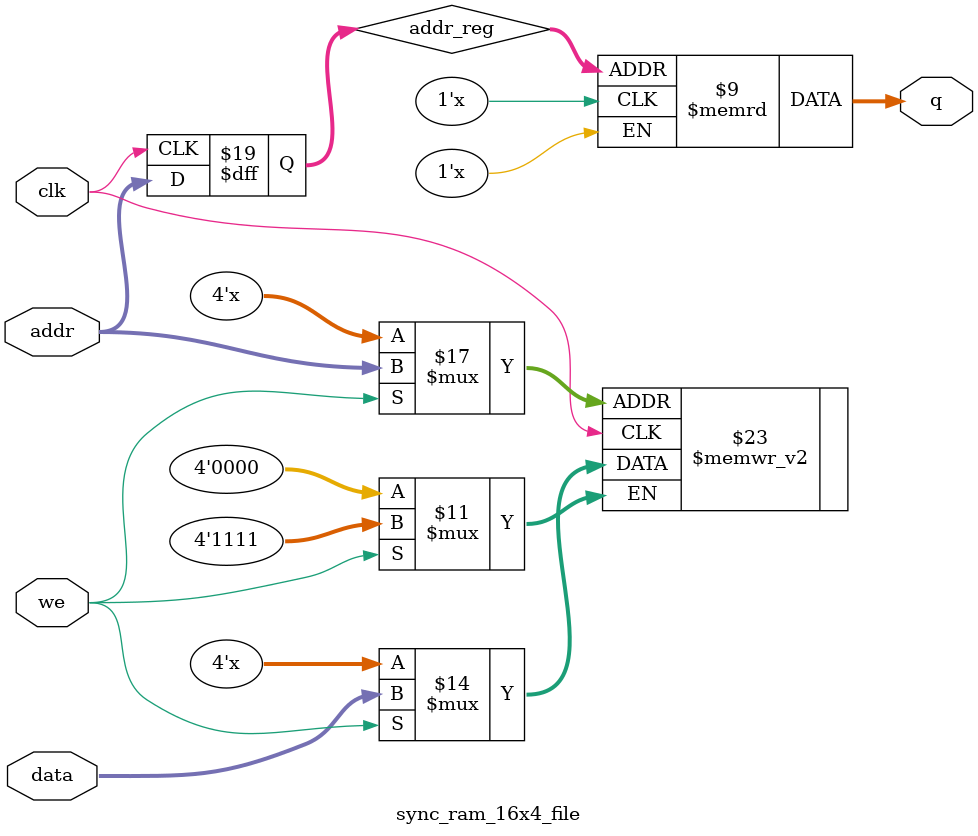
<source format=v>
module jogo_playseq (
    input clock,
    input reset,
    input jogar,
    input [3:0] botoes,
    input [1:0] memoria,
    input [1:0] nivel,
    input quer_escrever,
    output ganhou,
    output perdeu,
    output timeout,
    output pronto,
    output [3:0] leds,
    output db_clock,
    output db_tem_jogada,
    output db_chavesIgualMemoria,
    output db_enderecoIgualSequencia,
    output db_fimS,
    output [6:0] db_contagem,
    output [6:0] db_memoria,
    output [6:0] db_jogadafeita,
    output [6:0] db_sequencia,
    output [6:0] db_estado,
    output db_seletor_memoria,
    // Nossos debugs
    output db_pare,
    output [1:0] db_contagem_jogo
);

    wire [3:0] s_jogadafeita;
    wire [3:0] s_contagem;
    wire [3:0] s_memoria;
    wire [4:0] s_estado;
    wire [3:0] s_sequencia;
    wire s_tem_jogada;
    wire s_fimE;
    wire s_fimS;
    wire s_igualE;
    wire s_fim_timeout;
    wire s_contaT;
    wire s_contaS;
    wire s_zeraS;
    wire s_contaE;
    wire s_zeraE;
    wire s_igualS;
    wire s_zeraR;
    wire s_registraR;
    wire [1:0] s_nivel_uc;
    wire s_zeraT;
    wire s_timeoutL;
    wire s_menorS;
    wire s_controla_leds;
    wire s_zeraT_leds;
    wire s_contaT_leds;
    wire s_fase_preview;
    wire [1:0] s_memoria_uc;
    wire s_carregaS;
    wire s_pare;
    wire s_contaJ;
    wire s_zeraJ;
    wire [1:0] s_contagem_jogo;
    wire s_vai_escrever;
    wire s_ram_escreve;

    // Fluxo de Dados
    playseq_fluxo_dados FD (
        .clock                     ( clock              ),
        .botoes                    ( botoes             ),
        .nivel                     ( s_nivel_uc         ),
        .zeraT                     ( s_zeraT            ),
        .zeraR                     ( s_zeraR            ),
        .registraR                 ( s_registraR        ),
        .contaE                    ( s_contaE           ),
        .contaS                    ( s_contaS           ),
        .contaT                    ( s_contaT           ),
        .contaJ                    ( s_contaJ           ),
        .zeraE                     ( s_zeraE            ),
        .zeraS                     ( s_zeraS            ),
        .zeraJ                     ( s_zeraJ            ),
        .carregaS                  ( s_carregaS         ),
        .controla_leds             ( s_controla_leds    ),
        .zeraT_leds                ( s_zeraT_leds       ),
        .contaT_leds               ( s_contaT_leds      ),
        .fase_preview              ( s_fase_preview     ),
        .seletor_memoria           ( s_memoria_uc       ),
        .ram_escreve               ( s_ram_escreve      ),
        .quer_escrever             ( quer_escrever      ),
        .igual                     ( s_igualE           ),
        .enderecoIgualSequencia    ( s_igualS           ),
        .fimE                      ( s_fimE             ),
        .fimS                      ( s_fimS             ),
        .db_contagem               ( s_contagem         ),
        .db_jogadafeita            ( s_jogadafeita      ),
        .db_memoria                ( s_memoria          ),
        .tem_jogada                ( s_tem_jogada       ),
        .controle_timeout          ( s_fim_timeout      ),
        .db_sequencia              ( s_sequencia        ),
        .controle_timeout_led      ( s_timeoutL         ),
        .sequenciaMenorQueEndereco ( s_menorS           ),
        .leds                      ( leds               ),
        .db_seletor_memoria        ( db_seletor_memoria ),
        .pare                      ( s_pare             ),
        .db_contagem_jogo          ( s_contagem_jogo    ),
        .vai_escrever              ( s_vai_escrever     )
    );

    // Unidade de Controle
    playseq_unidade_controle UC (
        .clock         ( clock          ),
        .reset         ( reset          ),
        .jogar         ( jogar          ),
        .nivel         ( nivel          ),
        .fimE          ( s_fimE         ),
        .igualE        ( s_igualE       ),
        .igualS        ( s_igualS       ),
        .tem_jogada    ( s_tem_jogada   ),
        .timeout       ( s_fim_timeout  ),
        .timeoutL      ( s_timeoutL     ),
        .menorS        ( s_menorS       ),
        .memoria       ( memoria        ),
        .pare          ( s_pare         ),
        .vai_escrever  ( s_vai_escrever ),
        .zeraE         ( s_zeraE        ),
        .contaE        ( s_contaE       ),
        .carregaS      ( s_carregaS     ),
        .zeraS         ( s_zeraS        ),
        .contaS        ( s_contaS       ),
        .zeraR         ( s_zeraR        ),
        .registraR     ( s_registraR    ),
        .zeraJ         ( s_zeraJ        ),
        .contaJ        ( s_contaJ       ),
        .ganhou        ( ganhou         ),
        .perdeu        ( perdeu         ),
        .pronto        ( pronto         ),
        .db_estado     ( s_estado       ),
        .deu_timeout   ( timeout        ),
        .contaT        ( s_contaT       ),
        .nivel_uc      ( s_nivel_uc     ),
        .zeraT         ( s_zeraT        ),
        .controla_leds ( s_controla_leds),
        .zeraT_leds    ( s_zeraT_leds   ),
        .contaT_leds   ( s_contaT_leds  ),
        .fase_preview  ( s_fase_preview ),
        .memoria_uc    ( s_memoria_uc   ),
        .ram_escreve   ( s_ram_escreve  )
    );

    // Display das botoes
    hexa7seg HEX2 (
        .hexa    ( s_jogadafeita  ),
        .display ( db_jogadafeita )
    );

    // Display dos endereços codificados
    hexa7seg HEX0 (
        .hexa    ( s_contagem  ),
        .display ( db_contagem )
    );

    // Display do conteúdo em uma posição de memória
    hexa7seg HEX1 (
        .hexa    ( s_memoria  ),
        .display ( db_memoria )
    );

    // Display do estado atual
    hexa7seg5b HEX5 (
        .hexa    ( s_estado  ),
        .display ( db_estado )
    );

    // Display da sequência atual
    hexa7seg HEX3 (
        .hexa    ( s_sequencia  ),
        .display ( db_sequencia )
    );

assign db_chavesIgualMemoria = s_igualE;
assign db_enderecoIgualSequencia = s_igualS;
assign db_fimS = s_fimS;
assign db_tem_jogada = s_tem_jogada;
assign db_clock = clock;
assign db_pare = s_pare;
assign db_contagem_jogo = s_contagem_jogo;
endmodule

// --- End of jogo_playseq.v ---

// --- Start of comparador_85.v ---
/* -----------------------------------------------------------------
 *  Arquivo   : comparador_85.v
 *  Projeto   : PlaySeq
 * -----------------------------------------------------------------
 * Descricao : comparador de magnitude de 4 bits 
 *             similar ao CI 7485
 *             baseado em descricao comportamental disponivel em	
 * https://web.eecs.umich.edu/~jhayes/iscas.restore/74L85b.v
 * -----------------------------------------------------------------
 * Revisoes  :
 *     Data        Versao  Autor             Descricao
 *     21/12/2023  1.0     Edson Midorikawa  criacao
 * -----------------------------------------------------------------
 */

module comparador_85 (ALBi, AGBi, AEBi, A, B, ALBo, AGBo, AEBo);

    input[3:0] A, B;
    input      ALBi, AGBi, AEBi;
    output     ALBo, AGBo, AEBo;
    wire[4:0]  CSL, CSG;

    assign CSL  = ~A + B + ALBi;
    assign ALBo = ~CSL[4];
    assign CSG  = A + ~B + AGBi;
    assign AGBo = ~CSG[4];
    assign AEBo = ((A == B) && AEBi);

endmodule /* comparador_85 */
// --- End of comparador_85.v ---

// --- Start of contador_163.v ---
//------------------------------------------------------------------
// Arquivo   : contador_163.v
// Projeto   : PlaySeq
//------------------------------------------------------------------
// Descricao : Contador binario de 4 bits, modulo 16
//             similar ao componente 74163
//
// baseado no componente Vrcntr4u.v do livro Digital Design Principles 
// and Practices, Fifth Edition, by John F. Wakerly              
//------------------------------------------------------------------
// Revisoes  :
//     Data        Versao  Autor             Descricao
//     14/12/2023  1.0     Edson Midorikawa  versao inicial
//------------------------------------------------------------------
//
module contador_163 ( clock, clr, ld, ent, enp, D, Q, rco );
    input clock, clr, ld, ent, enp;
    input [3:0] D;
    output reg [3:0] Q;
    output reg rco;

    always @ (posedge clock)
        if (~clr)               Q <= 4'd0;
        else if (~ld)           Q <= D;
        else if (ent && enp)    Q <= Q + 1'b1;
        else                    Q <= Q;
 
    always @ (Q or ent)
        if (ent && (Q == 4'd15))   rco = 1;
        else                       rco = 0;
endmodule
// --- End of contador_163.v ---

// --- Start of contador_m.v ---

/*---------------Laboratorio Digital-------------------------------------
 * Arquivo   : contador_m.v
 * Projeto   : PlaySeq
 *-----------------------------------------------------------------------
 * Descricao : contador binario, modulo m, com parametros 
 *             M (modulo do contador) e N (numero de bits),
 *             sinais para clear assincrono (zera_as) e sincrono (zera_s)
 *             e saidas de fim e meio de contagem
 *             
 *-----------------------------------------------------------------------
 * Revisoes  :
 *     Data        Versao  Autor             Descricao
 *     30/01/2024  1.0     Edson Midorikawa  criacao
 *     16/01/2025  1.1     Edson Midorikawa  revisao
 *-----------------------------------------------------------------------
 */

module contador_m #(parameter M=100, N=7)
  (
   input  wire          clock,
   input  wire          zera_as,
   input  wire          zera_s,
   input  wire          conta,
   output reg  [N-1:0]  Q,
   output reg           fim,
   output reg           meio
  );

  always @(posedge clock or posedge zera_as) begin
    if (zera_as) begin
      Q <= 0;
    end else if (clock) begin
      if (zera_s) begin
        Q <= 0;
      end else if (conta) begin
        if (Q == M-1) begin
          Q <= 0;
        end else begin
          Q <= Q + 1'b1;
        end
      end
    end
  end

  // Saidas
  always @ (Q)
      if (Q == M-1)   fim = 1;
      else            fim = 0;

  always @ (Q)
      if (Q == M/2-1) meio = 1;
      else             meio = 0;

endmodule

// --- End of contador_m.v ---

// --- Start of edge_detector.v ---
/* ------------------------------------------------------------------------
 *  Arquivo   : edge_detector.v
 *  Projeto   : PlaySeq
 * ------------------------------------------------------------------------
 *  Descricao : detector de borda
 *              gera um pulso na saida de 1 periodo de clock
 *              a partir da detecao da borda de subida sa entrada
 *
 *              sinal de reset ativo em alto
 *
 *              > codigo adaptado a partir de codigo VHDL disponivel em
 *                https://surf-vhdl.com/how-to-design-a-good-edge-detector/
 * ------------------------------------------------------------------------
 *  Revisoes  :
 *      Data        Versao  Autor             Descricao
 *      26/01/2024  1.0     Edson Midorikawa  versao inicial
 * ------------------------------------------------------------------------
 */

module edge_detector (
    input  clock,
    input  reset,
    input  sinal,
    output pulso
);

    reg reg0;
    reg reg1;

    always @(posedge clock or posedge reset) begin
        if (reset) begin
            reg0 <= 1'b0;
            reg1 <= 1'b0;
        end else if (clock) begin
            reg0 <= sinal;
            reg1 <= reg0;
        end
    end

    assign pulso = ~reg1 & reg0;

endmodule

// --- End of edge_detector.v ---

// --- Start of hexa7seg.v ---
/* ----------------------------------------------------------------
 * Arquivo   : hexa7seg.v
 * Projeto   : PlaySeq
 *--------------------------------------------------------------
 * Descricao : decodificador hexadecimal para 
 *             display de 7 segmentos 
 * 
 * entrada : hexa - codigo binario de 4 bits hexadecimal
 * saida   : sseg - codigo de 7 bits para display de 7 segmentos
 *
 * baseado no componente bcd7seg.v da Intel FPGA
 *--------------------------------------------------------------
 * dica de uso: mapeamento para displays da placa DE0-CV
 *              bit 6 mais significativo é o bit a esquerda
 *              p.ex. sseg(6) -> HEX0[6] ou HEX06
 *--------------------------------------------------------------
 * Revisoes  :
 *     Data        Versao  Autor             Descricao
 *     24/12/2023  1.0     Edson Midorikawa  criacao
 *--------------------------------------------------------------
 */

module hexa7seg (hexa, display);
    input      [3:0] hexa;
    output reg [6:0] display;

    /*
     *    ---
     *   | 0 |
     * 5 |   | 1
     *   |   |
     *    ---
     *   | 6 |
     * 4 |   | 2
     *   |   |
     *    ---
     *     3
     */
        
    always @(hexa)
    case (hexa)
        4'h0:    display = 7'b1000000;
        4'h1:    display = 7'b1111001;
        4'h2:    display = 7'b0100100;
        4'h3:    display = 7'b0110000;
        4'h4:    display = 7'b0011001;
        4'h5:    display = 7'b0010010;
        4'h6:    display = 7'b0000010;
        4'h7:    display = 7'b1111000;
        4'h8:    display = 7'b0000000;
        4'h9:    display = 7'b0010000;
        4'ha:    display = 7'b0001000;
        4'hb:    display = 7'b0000011;
        4'hc:    display = 7'b1000110;
        4'hd:    display = 7'b0100001;
        4'he:    display = 7'b0000110;
        4'hf:    display = 7'b0001110;
        default: display = 7'b1111111;
    endcase
endmodule

// --- End of hexa7seg.v ---

// --- Start of hexa7seg5b.v ---
/*--------------------------------------------------------------
 * Arquivo   : hexa7seg5b.v
 * Projeto   : PlaySeq
 * -------------------------------------------------------------
 * Descricao : decodificador hexa para 
 *             display de 7 segmentos 
 * 
 * entrada: hexa - codigo binario de 5 bits
 * saida: display - codigo de 7 bits para display de 7 segmentos
 * ----------------------------------------------------------------
 * dica de uso: mapeamento para displays da placa DE0-CV
 *              bit 6 mais significativo é o bit a esquerda
 *              p.ex. display(6) -> HEX0[6] ou HEX06
 * ----------------------------------------------------------------
 * Revisoes  :
 *     Data        Versao  Autor             	Descricao
 *     09/02/2021  1.0     Edson Midorikawa  	criacao
 *     30/01/2025  2.0     Edson Midorikawa  	revisao p/ Verilog
 * 	 11/02/2025  2.1 		Augusto Vaccarelli 	revisao
 * ----------------------------------------------------------------
 */

module hexa7seg5b (hexa, display);
    input      [4:0] hexa;
    output reg [6:0] display;


always @(*) begin
    case (hexa)
        5'b00000: display = 7'b1000000;  // 0
        5'b00001: display = 7'b1111001;  // 1
        5'b00010: display = 7'b0100100;  // 2
        5'b00011: display = 7'b0110000;  // 3
        5'b00100: display = 7'b0011001;  // 4
        5'b00101: display = 7'b0010010;  // 5
        5'b00110: display = 7'b0000010;  // 6
        5'b00111: display = 7'b1111000;  // 7
        5'b01000: display = 7'b0000000;  // 8
        5'b01001: display = 7'b0010000;  // 9
        5'b01010: display = 7'b0001000;  // A
        5'b01011: display = 7'b0000011;  // B
        5'b01100: display = 7'b1000110;  // C
        5'b01101: display = 7'b0100001;  // D
        5'b01110: display = 7'b0000110;  // E
        5'b01111: display = 7'b0001110;  // F
        5'b10000: display = 7'b1111110;  // 10
        5'b10001: display = 7'b1111101;  // 11
        5'b10010: display = 7'b1111011;  // 12
        5'b10011: display = 7'b1110111;  // 13
        5'b10100: display = 7'b1101111;  // 14
        5'b10101: display = 7'b1011111;  // 15
        5'b10110: display = 7'b0111111;  // 16
        5'b10111: display = 7'b1111100;  // 17
        5'b11000: display = 7'b1110011;  // 18
        5'b11001: display = 7'b1100111;  // 19
        5'b11010: display = 7'b1001111;  // 1A
        5'b11011: display = 7'b0011111;  // 1B
        5'b11100: display = 7'b1110001;  // 1C
        5'b11101: display = 7'b1100011;  // 1D
        5'b11110: display = 7'b1000111;  // 1E
        5'b11111: display = 7'b0001111;  // 1F
        default:  display = 7'b1111111;
    endcase
end

endmodule


// --- End of hexa7seg5b.v ---

// --- Start of memoria_1.v ---
//------------------------------------------------------------------
// Arquivo   : memoria_1.v
// Projeto   : PlaySeq
//------------------------------------------------------------------
// Descricao : ROM sincrona 16x4 (conteúdo pre-programado)
//             
//------------------------------------------------------------------
// Revisoes  :
//     Data        Versao  Autor             Descricao
//     14/12/2023  1.0     Edson Midorikawa  versao inicial
//------------------------------------------------------------------
//
module memoria_1 (clock, address, data_out);
    input            clock;
    input      [3:0] address;
    output reg [3:0] data_out;

    always @ (posedge clock)
    begin
        case (address)
            4'b0000: data_out = 4'b0001; // 4
            4'b0001: data_out = 4'b0001; // 5
            4'b0010: data_out = 4'b0010; // 6
            4'b0011: data_out = 4'b0010; // 7 
            4'b0100: data_out = 4'b0100; // 8
            4'b0101: data_out = 4'b0100; // 9
            4'b0110: data_out = 4'b1000; // 10
            4'b0111: data_out = 4'b1000; // 11
            4'b1000: data_out = 4'b0100; // 12
            4'b1001: data_out = 4'b0100; // 13
            4'b1010: data_out = 4'b0010; // 14
            4'b1011: data_out = 4'b0010; // 15
            4'b1100: data_out = 4'b0001; // 16
            4'b1101: data_out = 4'b0001; // 17
            4'b1110: data_out = 4'b0010; // 18
            4'b1111: data_out = 4'b0010; // 19
        endcase
    end
endmodule
// --- End of memoria_1.v ---

// --- Start of memoria_2.v ---
//------------------------------------------------------------------
// Arquivo   : memoria_2.v
// Projeto   : PlaySeq
//------------------------------------------------------------------
// Descricao : ROM sincrona 16x4 (conteúdo pre-programado)
//             
//------------------------------------------------------------------
// Revisoes  :
//     Data        Versao  Autor             Descricao
//     14/12/2023  1.0     Edson Midorikawa  versao inicial
//------------------------------------------------------------------
//
module memoria_2 (clock, address, data_out);
    input            clock;
    input      [3:0] address;
    output reg [3:0] data_out;

    always @ (posedge clock)
    begin
        case (address)
            4'b0000: data_out = 4'b0001;
            4'b0001: data_out = 4'b0010;
            4'b0010: data_out = 4'b1000;
            4'b0011: data_out = 4'b0100;
            4'b0100: data_out = 4'b0010;
            4'b0101: data_out = 4'b1000;
            4'b0110: data_out = 4'b0100;
            4'b0111: data_out = 4'b0001;
            4'b1000: data_out = 4'b1000;
            4'b1001: data_out = 4'b0100;
            4'b1010: data_out = 4'b0001;
            4'b1011: data_out = 4'b0010;
            4'b1100: data_out = 4'b0100;
            4'b1101: data_out = 4'b0001;
            4'b1110: data_out = 4'b0010;
            4'b1111: data_out = 4'b1000;
        endcase
    end
endmodule

// --- End of memoria_2.v ---

// --- Start of memoria_3.v ---
//------------------------------------------------------------------
// Arquivo   : memoria_3.v
// Projeto   : PlaySeq
//------------------------------------------------------------------
// Descricao : ROM sincrona 16x4 (conteúdo pre-programado)
//             
//------------------------------------------------------------------
// Revisoes  :
//     Data        Versao  Autor             Descricao
//     14/12/2023  1.0     Edson Midorikawa  versao inicial
//------------------------------------------------------------------
//
module memoria_3 (clock, address, data_out);
    input            clock;
    input      [3:0] address;
    output reg [3:0] data_out;

    always @ (posedge clock)
    begin
        case (address)
            4'b0000: data_out = 4'b0001;
            4'b0001: data_out = 4'b0010;
            4'b0010: data_out = 4'b1000;
            4'b0011: data_out = 4'b0100;
            4'b0100: data_out = 4'b0100;
            4'b0101: data_out = 4'b1000;
            4'b0110: data_out = 4'b0010;
            4'b0111: data_out = 4'b0001;
            4'b1000: data_out = 4'b0001;
            4'b1001: data_out = 4'b0010;
            4'b1010: data_out = 4'b1000;
            4'b1011: data_out = 4'b0100;
            4'b1100: data_out = 4'b0100;
            4'b1101: data_out = 4'b1000;
            4'b1110: data_out = 4'b0010;
            4'b1111: data_out = 4'b0001;
        endcase
    end
endmodule
// --- End of memoria_3.v ---

// --- Start of mux12x4_n.v ---
/*------------------------------------------------------------------------
 * Arquivo   : mux4x2_n.v
 * Projeto   : PlaySeq
 *------------------------------------------------------------------------
 * Descricao : multiplexador 4x(2 bit de seletor) com entradas de n bits 
 * (parametrizado) 
 * 
 *------------------------------------------------------------------------
 * Revisoes  :
 *     Data        Versao  Autor             Descricao
 *     07/03/2024  1.0     Ana Vitória       criacao
 *------------------------------------------------------------------------
 */

module mux12x4_n #(
    parameter BITS = 4
) (
    input      [BITS-1:0] D0, // nível fácil e memória fácil
    input      [BITS-1:0] D1, // nível fácil e memória média
    input      [BITS-1:0] D2, // nível fácil e memória difícil
    input      [BITS-1:0] D3, // nível fácil e memória personalizada
    input      [BITS-1:0] D4, // nível médio e memória fácil
    input      [BITS-1:0] D5, // nível médio e memória média
    input      [BITS-1:0] D6, // nível médio e memória difícil
    input      [BITS-1:0] D7, // nível médio e memória personalizada
    input      [BITS-1:0] D8, // nível difícil e memória fácil
    input      [BITS-1:0] D9, // nível difícil e memória média
    input      [BITS-1:0] D10, // nível difícil e memória difícil
    input      [BITS-1:0] D11, // nível difícil e memória personalizada
    input      [3:0]      SEL,
    output reg [BITS-1:0] OUT
);

always @(*) begin
    case (SEL)
        4'b0000:    OUT = D0;
        4'b0001:    OUT = D1;
        4'b0010:    OUT = D2;
        4'b0011:    OUT = D3;
        4'b0100:    OUT = D4;
        4'b0101:    OUT = D5;
        4'b0110:    OUT = D6;
        4'b0111:    OUT = D7;
        4'b1000:    OUT = D8;
        4'b1001:    OUT = D9;
        4'b1010:    OUT = D10;
        4'b1011:    OUT = D11;
        default: OUT = {BITS{1'b1}}; // todos os bits em 1
    endcase
end

endmodule
// --- End of mux12x4_n.v ---

// --- Start of mux2x1.v ---
/*------------------------------------------------------------------------
 * Arquivo   : mux2x1.v
 * Projeto   : PlaySeq
 *------------------------------------------------------------------------
 * Descricao : multiplexador 2x1
 * 
 * adaptado a partir do codigo my_4t1_mux.vhd do livro "Free Range VHDL"
 * 
 * exemplo de uso: ver testbench mux2x1_tb.v
 *------------------------------------------------------------------------
 * Revisoes  :
 *     Data        Versao  Autor             Descricao
 *     15/02/2024  1.0     Edson Midorikawa  criacao
 *     31/01/2025  1.1     Edson Midorikawa  revisao
 *------------------------------------------------------------------------
 */

module mux2x1 (
    input      D0,
    input      D1,
    input      SEL,
    output reg OUT
);

always @(*) begin
    case (SEL)
        1'b0:    OUT = D0;
        1'b1:    OUT = D1;
        default: OUT = 0; // saida em 0
    endcase
end

endmodule

// --- End of mux2x1.v ---

// --- Start of mux2x1_n.v ---
/*------------------------------------------------------------------------
 * Arquivo   : mux2x1_n.v
 * Projeto   : PlaySeq
 *------------------------------------------------------------------------
 * Descricao : multiplexador 2x1 com entradas de n bits (parametrizado) 
 * 
 * adaptado a partir do codigo my_4t1_mux.vhd do livro "Free Range VHDL"
 * 
 * exemplo de uso: ver testbench mux2x1_n_tb.v
 *------------------------------------------------------------------------
 * Revisoes  :
 *     Data        Versao  Autor             Descricao
 *     15/02/2024  1.0     Edson Midorikawa  criacao
 *------------------------------------------------------------------------
 */

module mux2x1_n #(
    parameter BITS = 4
) (
    input      [BITS-1:0] D0,
    input      [BITS-1:0] D1,
    input                 SEL,
    output reg [BITS-1:0] OUT
);

always @(*) begin
    case (SEL)
        1'b0:    OUT = D0;
        1'b1:    OUT = D1;
        default: OUT = {BITS{1'b1}}; // todos os bits em 1
    endcase
end

endmodule
// --- End of mux2x1_n.v ---

// --- Start of mux4x2_n.v ---
/*------------------------------------------------------------------------
 * Arquivo   : mux4x2_n.v
 * Projeto   : PlaySeq
 *------------------------------------------------------------------------
 * Descricao : multiplexador 4x(2 bit de seletor) com entradas de n bits 
 * (parametrizado) 
 * 
 *------------------------------------------------------------------------
 * Revisoes  :
 *     Data        Versao  Autor             Descricao
 *     07/03/2024  1.0     Ana Vitória       criacao
 *------------------------------------------------------------------------
 */

module mux4x2_n #(
    parameter BITS = 4
) (
    input      [BITS-1:0] D0,
    input      [BITS-1:0] D1,
    input      [BITS-1:0] D2,
    input      [BITS-1:0] D3,
    input      [1:0]      SEL,
    output reg [BITS-1:0] OUT
);

always @(*) begin
    case (SEL)
        2'b00:    OUT = D0;
        2'b01:    OUT = D1;
        2'b10:    OUT = D2;
        2'b11:    OUT = D3;
        default: OUT = {BITS{1'b1}}; // todos os bits em 1
    endcase
end

endmodule
// --- End of mux4x2_n.v ---

// --- Start of playseq_fluxo_dados.v ---
//------------------------------------------------------------------
// Arquivo   : playseq_fluxo_dados.v
// Projeto   : PlaySeq
//------------------------------------------------------------------
// Descricao : Fluxo de Dados do Jogo PlaySeq
//             
//------------------------------------------------------------------
// Revisoes  :
//     Data        Versao  Autor             Descricao
//     07/03/2025  1.0     Ana Vitória       versao inicial
//------------------------------------------------------------------
//

module playseq_fluxo_dados (
    input clock,
    input [3:0] botoes,
    input [1:0] nivel,
    input zeraT,
    input zeraR,
    input registraR,
    input contaE,
    input contaS,
    input contaT,
    input contaJ,
    input zeraE,
    input zeraS,
    input zeraJ,
    input carregaS,
    input controla_leds,
    input zeraT_leds,
    input contaT_leds,
    input fase_preview,
    input [1:0] seletor_memoria,
    input ram_escreve,
    input quer_escrever,
    output igual,
    output enderecoIgualSequencia,
    output fimE,
    output fimS,
    output tem_jogada,
    output [3:0] db_contagem,
    output [3:0] db_jogadafeita,
    output [3:0] db_memoria,
    output controle_timeout,
    output [3:0] db_sequencia,
    output controle_timeout_led,
    output sequenciaMenorQueEndereco,
    output [3:0] leds,
    output db_seletor_memoria,
    output pare,
    output [1:0] db_contagem_jogo,
    output vai_escrever
);

    wire [3:0] s_endereco;
    wire [3:0] s_dado;
    wire [3:0] s_botoes;
    wire [3:0] s_sequencia;
    wire [3:0] s_sequencia_fixo;
    wire s_tem_jogada = |botoes;
    wire [3:0] s_mux;
    wire [3:0] s_mem1;
    wire [3:0] s_mem2;
    wire [3:0] s_mem3;
    wire [3:0] s_mem4;
    wire [1:0] s_contagem;
    wire [3:0] s_quant_inicial;
    wire [3:0] s_seletor_final = {nivel, seletor_memoria};
	wire rco;

    // dificuldade_quant
    mux4x2_n #( .BITS(1) ) mux_quant (
        .D0 (~s_contagem[0] & ~s_contagem[1]),
        .D1 (s_contagem[0] & ~s_contagem[1]),
        .D2 (~s_contagem[0] & s_contagem[1]),
        .D3 (1'b1),
        .SEL (nivel),
        .OUT (pare)
    );

    // decide o início para cada situação, sempre defasado de 1
    mux12x4_n #( .BITS(4) ) mux_inicial (
        .D0 (4'b0100), // feito
        .D1 (4'b1000), // feito
        .D2 (4'b0111), // feito
        .D3 (4'b0100),
        .D4 (4'b0101), //feito
        .D5 (4'b1000), // feito
        .D6 (4'b0101), // feito
        .D7 (4'b0100),
        .D8 (4'b0100), // feito
        .D9 (4'b1000), // feito
        .D10(4'b0011), // feito
        .D11(4'b0100),
        .SEL (s_seletor_final),
        .OUT (s_quant_inicial)
    );

    // decide o final para cada situação
    mux12x4_n #( .BITS(1) ) mux_final (
        .D0 (rco), // feito
        .D1 (rco), // feito
        .D2 (~s_endereco[0] & s_endereco[1] & s_endereco[2] & s_endereco[3]), // feito
        .D3 (rco),
        .D4 (rco), // feito
        .D5 (rco), // feito
        .D6 (rco), // feito
        .D7 (rco),
        .D8 (rco), // feito
        .D9 (rco), // feito
        .D10(~s_endereco[0] & s_endereco[1] & s_endereco[2] & s_endereco[3]), // feito
        .D11(rco),
        .SEL (s_seletor_final),
        .OUT (fimE)
    );

    // mux n
    mux2x1_n #( .BITS(4) ) mux_leds (
      .D0(botoes),
      .D1(s_mux),
      .SEL(fase_preview),
      .OUT(leds)
    );

    // mux n
    mux2x1_n #( .BITS(4) ) mux_zera (
      .D0(4'b0000),
      .D1(s_dado),
      .SEL(controla_leds),
      .OUT(s_mux)
    );

    // contador endereços
    contador_163 contEnd (
        .clock (clock),
        .clr   (~zeraE),
        .ld    (1'b1),
        .ent   (1'b1),
        .enp   (contaE),
        .D     (4'b0),
        .Q     (s_endereco),
        .rco   (rco)
    );

    // contador sequencias
    contador_163 contLmt (
        .clock (clock),
        .clr   (~zeraS),
        .ld    (~carregaS),
        .ent   (1'b1),
        .enp   (contaS),
        .D     (s_quant_inicial),
        .Q     (s_sequencia),
        .rco   (fimS)
    );

    // comparador jogadas
    comparador_85 compJog (
        .A    (s_dado),
        .B    (s_botoes),
        .ALBi (1'b0),
        .AGBi (1'b0),
        .AEBi (1'b1),
        .ALBo (),
        .AGBo (),
        .AEBo (igual)
    );

    // comparador sequencias
    comparador_85 compLmt (
        .A    (s_sequencia),
        .B    (s_endereco),
        .ALBi (1'b0),
        .AGBi (1'b0),
        .AEBi (1'b1),
        .ALBo (sequenciaMenorQueEndereco),
        .AGBo (),
        .AEBo (enderecoIgualSequencia)
    );

    // dificuldade_seq
    mux4x2_n #( .BITS(4) ) mux_seq (
      .D0(s_mem1),
      .D1(s_mem2),
      .D2(s_mem3),
      .D3(s_mem4),
      .SEL(seletor_memoria),
      .OUT(s_dado)
    );

    mux2x1_n #( .BITS(1) ) mux_escrita (
      .D0(1'b0),
      .D1(quer_escrever),
      .SEL(&seletor_memoria),
      .OUT(vai_escrever)
    );

    // memória 1
    memoria_1 memoria1 (
        .clock    (clock),
        .address  (s_endereco),
        .data_out (s_mem1)
    );

    // memória 2
    memoria_2 memoria2 (
        .clock    (clock),
        .address  (s_endereco),
        .data_out (s_mem2)
    );

    // memória 3
    memoria_3 memoria3 (
        .clock    (clock),
        .address  (s_endereco),
        .data_out (s_mem3)
    );

    // memória 4
    sync_ram_16x4_file memoria4 (
    	.clk  (clock),
    	.we   (ram_escreve),
    	.data (s_botoes),
    	.addr (s_endereco),
    	.q    (s_mem4)
    );

    // registrador
    registrador_4 regBotoes (
        .clock  (clock),
        .clear  (zeraR),
        .enable (registraR),
        .D      (botoes),
        .Q      (s_botoes)
    );

    edge_detector detector (
        .clock (clock),
        .reset (zeraS),
        .sinal (s_tem_jogada),
        .pulso (tem_jogada)
    );

    contador_m #(.M(5000), .N(13)) contador_timeout_jogadas (
        .clock   (clock),
        .zera_as (zeraR),
        .zera_s  (zeraT),
        .conta   (contaT),
        .Q       (),
        .fim     (controle_timeout),
        .meio    ()
    );

    contador_m #(.M(500), .N(9)) contador_timeout_leds (
        .clock   (clock),
        .zera_as (zeraR),
        .zera_s  (zeraT_leds),
        .conta   (contaT_leds),
        .Q       (),
        .fim     (controle_timeout_led),
        .meio    ()
    );

    contador_m #(.M(4), .N(2)) contador_jogadas (
        .clock   (clock),
        .zera_as (zeraR), // precisa ser um zera diferente
        .zera_s  (zeraJ),
        .conta   (contaJ), // precisa ser um zera diferente
        .Q       (s_contagem),
        .fim     (),
        .meio    ()
    );

    assign db_memoria  = s_dado;
    assign db_contagem = s_endereco;
    assign db_sequencia = s_sequencia;
    assign db_jogadafeita = s_botoes;
    assign db_seletor_memoria = seletor_memoria;
    assign db_contagem_jogo = s_contagem;
endmodule
// --- End of playseq_fluxo_dados.v ---

// --- Start of playseq_unidade_controle.v ---
//------------------------------------------------------------------
// Arquivo   : playseq_unidade_controle.v
// Projeto   : PlaySeq
//------------------------------------------------------------------
// Descricao : Unidade de controle do Jogo PlaySeq
//         
//------------------------------------------------------------------
// Revisoes  :
//     Data        Versao  Autor         Descricao
//     07/03/2024  1.0     Ana Vitória   versao inicial
//------------------------------------------------------------------
//

module playseq_unidade_controle (
    input clock,
    input reset,
    input jogar,
    input [1:0] nivel,
    input fimE,
    input igualE,
    input igualS,
    input tem_jogada,
    input timeout,
    input timeoutL,
    input menorS,
    input [1:0] memoria,
    input pare,
    input vai_escrever,
    output reg zeraE,
    output reg contaE,
    output reg carregaS,
    output reg zeraS,
    output reg contaS,
    output reg zeraR,
    output reg registraR,
    output reg zeraJ,
    output reg contaJ,
    output reg ganhou,
    output reg perdeu,
    output reg pronto,
    output reg [4:0] db_estado,
    output reg deu_timeout,
    output reg contaT,
    output reg [1:0] nivel_uc,
    output reg zeraT,
    output reg controla_leds,
    output reg zeraT_leds,
    output reg contaT_leds,
    output reg fase_preview,
    output reg [1:0] memoria_uc,
    output reg ram_escreve
);

    // Define estados
    parameter inicial          = 5'b00000;  // 0
    parameter preparacao       = 5'b00001;  // 1
    parameter registra_escrita = 5'b10001;  // overflow2
    parameter escreve          = 5'b01001;  // 9
    parameter espera_escrita   = 5'b10000;  // overflow
    parameter zera_contador    = 5'b10010;  // overflow3
    parameter nova_seq         = 5'b00010;  // 2
    parameter mostra_leds      = 5'b01011;  // B
    parameter mostrou_led      = 5'b01100;  // C
    parameter espera_led       = 5'b00111;  // 7
    parameter zera_timeout     = 5'b01000;  // 8
    parameter comecar_rodada   = 5'b01101;  // D
    parameter espera           = 5'b00011;  // 3
    parameter registra         = 5'b00100;  // 4
    parameter comparacao       = 5'b00101;  // 5
    parameter proximo          = 5'b00110;  // 6
    parameter fim_erro         = 5'b01110;  // E
    parameter fim_acerto       = 5'b01010;  // A
    parameter fim_timeout      = 5'b01111;  // F

    // Variaveis de estado
    reg [4:0] Eatual, Eprox;

    reg [14*8-1:0] Eatual_str;
    always@(Eatual) begin
        case(Eatual)
            inicial:          Eatual_str = "inicial";
            preparacao:       Eatual_str = "preparacao";
            registra_escrita: Eatual_str = "registra_escrita";
            escreve:          Eatual_str = "escreve";
            espera_escrita:   Eatual_str = "espera_escrita";
            zera_contador:    Eatual_str = "zera_contador";
            nova_seq:         Eatual_str = "nova_seq";
            mostra_leds:      Eatual_str = "mostra_leds";
            mostrou_led:      Eatual_str = "mostrou_leds";
            espera_led:       Eatual_str = "espera_leds";
            zera_timeout:     Eatual_str = "zera_timeout";
            comecar_rodada:   Eatual_str = "comecar_rodada";
            espera:           Eatual_str = "espera";
            registra:         Eatual_str = "registra";
            comparacao:       Eatual_str = "comparacao";
            proximo:          Eatual_str = "proximo";
            fim_acerto:       Eatual_str = "fim_acerto";
            fim_erro:         Eatual_str = "fim_erro";
            fim_timeout:      Eatual_str = "fim_timeout";
            default:          Eatual_str = "UNKNOWN";
        endcase
    end

    // Memoria de estado
    always @(posedge clock or posedge reset) begin
        if (reset)
            Eatual <= inicial;
        else
            Eatual <= Eprox;
    end

    // Logica de proximo estado
    always @* begin
        case (Eatual)
            inicial:          Eprox = jogar ? preparacao : inicial;
            preparacao:       Eprox = vai_escrever? espera_escrita : mostra_leds;
            registra_escrita: Eprox = escreve;
            escreve:          Eprox = espera_escrita;
            espera_escrita:   Eprox = fimE ? zera_contador : (tem_jogada ? registra_escrita : espera_escrita);
            zera_contador:    Eprox = jogar ? mostra_leds : zera_contador;
            nova_seq:         Eprox = espera_led;
            mostra_leds:      Eprox = timeoutL ? (fimE ? comecar_rodada : mostrou_led) : mostra_leds;
            mostrou_led:      Eprox = espera_led;
            espera_led:       Eprox = menorS ? comecar_rodada : (timeoutL ? zera_timeout : espera_led);
            zera_timeout:     Eprox = mostra_leds;
            comecar_rodada:   Eprox = espera;
            espera:           Eprox = timeout ? fim_timeout : (tem_jogada ? registra : espera);
            registra:         Eprox = comparacao;
            comparacao:       Eprox = igualE ? (fimE ? fim_acerto : (pare ? nova_seq : proximo)) : fim_erro;
            proximo:          Eprox = espera;
            fim_acerto:       Eprox = jogar ? preparacao : fim_acerto;
            fim_erro:         Eprox = jogar ? preparacao : fim_erro;
            fim_timeout:      Eprox = jogar ? preparacao : fim_timeout;
            default:          Eprox = inicial;
        endcase
    end

    // Logica de saida (maquina Moore)
    always @* begin
        zeraE         = (Eatual == inicial || Eatual == nova_seq || Eatual == preparacao || Eatual == zera_contador) ? 1'b1 : 1'b0;
        zeraR         = (Eatual == inicial) ? 1'b1 : 1'b0;
        registraR     = (Eatual == registra || Eatual == registra_escrita) ? 1'b1 : 1'b0;
        contaE        = (Eatual == proximo || Eatual == mostrou_led || Eatual == escreve) ? 1'b1 : 1'b0;
        carregaS      = (Eatual == preparacao) ? 1'b1 : 1'b0;
        pronto        = (Eatual == fim_acerto || Eatual == fim_erro || Eatual == fim_timeout) ? 1'b1 : 1'b0;
        ganhou        = (Eatual == fim_acerto) ? 1'b1 : 1'b0;
        perdeu        = (Eatual == fim_erro || Eatual == fim_timeout) ? 1'b1 : 1'b0;
        deu_timeout   = (Eatual == fim_timeout) ? 1'b1 : 1'b0;
        contaT        = (Eatual == espera) ? 1'b1: 1'b0;
        zeraS         = (Eatual == inicial) ? 1'b1 : 1'b0;
        contaS        = (Eatual == nova_seq || Eatual == comparacao) ? 1'b1 : 1'b0;
        nivel_uc      = (Eatual == preparacao) ? nivel : nivel_uc;
		zeraT         = (Eatual == proximo || Eatual == nova_seq || Eatual == fim_acerto || Eatual == fim_erro || Eatual == fim_timeout) ? 1'b1 : 1'b0;
        controla_leds = (Eatual == mostra_leds) ? 1'b1 : 1'b0;
        zeraT_leds    = (Eatual == mostrou_led || Eatual == comecar_rodada || Eatual == zera_timeout) ? 1'b1 : 1'b0;
        contaT_leds   = (Eatual == mostra_leds || Eatual == espera_led) ? 1'b1 : 1'b0;
        fase_preview  = (Eatual == mostra_leds || Eatual == mostrou_led || Eatual == zera_timeout || Eatual == comecar_rodada) ? 1'b1 : 1'b0;
        memoria_uc    = (Eatual == preparacao) ? memoria : memoria_uc;
        contaJ        = (Eatual == proximo) ? 1'b1 : 1'b0;
        zeraJ         = (Eatual == nova_seq || Eatual == fim_acerto || Eatual == fim_erro || Eatual == fim_timeout) ? 1'b1 : 1'b0;
        ram_escreve   = (Eatual == escreve) ? 1'b1 : 1'b0;

        // Saida de depuracao (estado)
        case (Eatual)
            inicial:          db_estado = 5'b00000;  // 0
            preparacao:       db_estado = 5'b00001;  // 1
            registra_escrita: db_estado = 5'b10001;  // overflow2
            escreve:          db_estado = 5'b01001;  // 9
            espera_escrita:   db_estado = 5'b10000;  // overflow
            zera_contador:    db_estado = 5'b10010;  // overflow3
            nova_seq:         db_estado = 5'b00010;  // 2
            mostra_leds:      db_estado = 5'b01011;  // B
            mostrou_led:      db_estado = 5'b01100;  // C
            espera_led:       db_estado = 5'b00111;  // 7
            zera_timeout:     db_estado = 5'b01000;  // 8
            comecar_rodada:   db_estado = 5'b01101;  // D
            espera:           db_estado = 5'b00011;  // 3
            registra:         db_estado = 5'b00100;  // 4
            comparacao:       db_estado = 5'b00101;  // 5
            proximo:          db_estado = 5'b00110;  // 6
            fim_acerto:       db_estado = 5'b01010;  // A
            fim_erro:         db_estado = 5'b01110;  // E
            fim_timeout:      db_estado = 5'b01111;  // F (deu ruim)
            default:          db_estado = 5'b00000;  // default
        endcase
    end
endmodule
// --- End of playseq_unidade_controle.v ---

// --- Start of registrador_4.v ---
//------------------------------------------------------------------
// Arquivo   : registrador_4.v
// Projeto   : PlaySeq
//------------------------------------------------------------------
// Descricao : Registrador de 4 bits
//             
//------------------------------------------------------------------
// Revisoes  :
//     Data        Versao  Autor             Descricao
//     14/12/2023  1.0     Edson Midorikawa  versao inicial
//------------------------------------------------------------------
//
module registrador_4 (
    input        clock,
    input        clear,
    input        enable,
    input  [3:0] D,
    output [3:0] Q
);

    reg [3:0] IQ;

    always @(posedge clock or posedge clear) begin
        if (clear)
            IQ <= 0;
        else if (enable)
            IQ <= D;
    end

    assign Q = IQ;

endmodule
// --- End of registrador_4.v ---

// --- Start of sync_ram_16x4.v ---
//------------------------------------------------------------------
// Arquivo   : sync_ram_16x4v
// Projeto   : PlaySeq
 
//------------------------------------------------------------------
// Descricao : RAM sincrona 16x4
//             com conteudo inicial pre-programado             
//------------------------------------------------------------------
// Revisoes  :
//     Data        Versao  Autor             Descricao
//     15/03/2025  1.0     Ana Vitória       versao inicial
//------------------------------------------------------------------
//

module sync_ram_16x4_file
(
    input        clk,
    input        we,
    input  [3:0] data,
    input  [3:0] addr,
    output [3:0] q
);

    // Variavel RAM (armazena dados)
    reg [3:0] ram[15:0];

    // Registra endereco de acesso
    reg [3:0] addr_reg;

    always @ (posedge clk)
    begin
        if (we)
            ram[addr] <= data;

        addr_reg <= addr;
    end

    assign q = ram[addr_reg];
endmodule
// --- End of sync_ram_16x4.v ---


</source>
